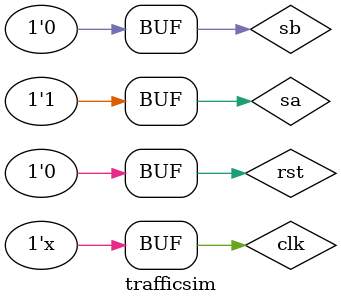
<source format=sv>
`timescale 1ns / 1ps


module trafficsim ();
    reg sa;
    reg sb;
    reg clk;
    reg rst;
    wire [2:0] al;
    wire [2:0] bl;
    
    traffic t(
        .sa(sa),
        .sb(sb),
        .clk(clk),
        .rst(rst),
        .al(al),
        .bl(bl)
        );
        
        initial
        begin
        clk = 0; sa = 1; sb = 0; rst = 1; #30 rst = 0; sb = 1; sa = 0; #30 sa = 1; sb = 0; #30 sb = 1; sa = 0; #30 sa = 1; sb = 0;
        end
      
        always  #10  clk  = ~clk; 
endmodule

</source>
